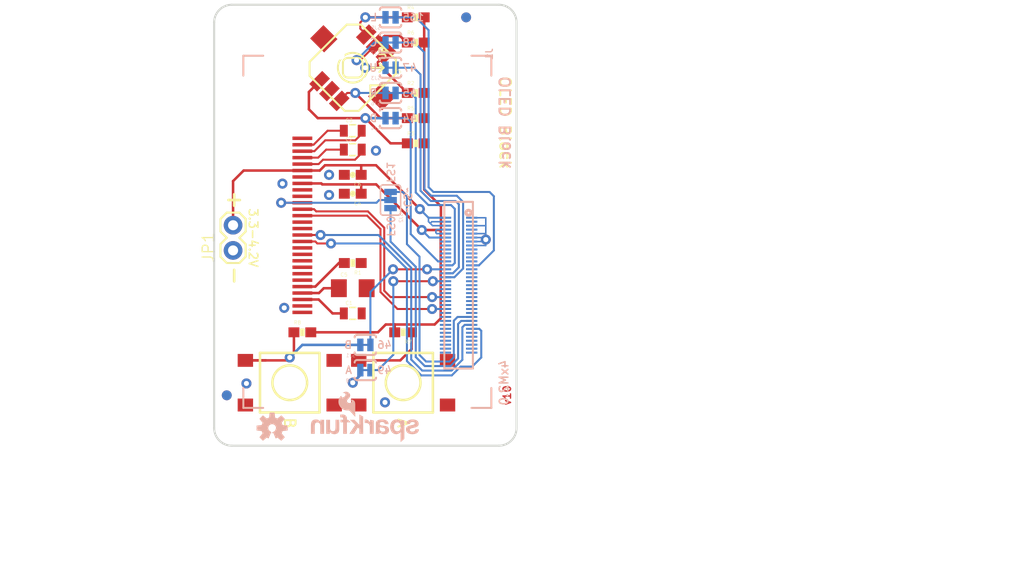
<source format=kicad_pcb>
(kicad_pcb (version 20211014) (generator pcbnew)
  (layers (0 "F.Cu" signal) (1 "In1.Cu" signal) (2 "In2.Cu" signal) (31 "B.Cu" signal) (34 "B.Paste" user) (35 "F.Paste" user) (36 "B.SilkS" user "B.Silkscreen") (37 "F.SilkS" user "F.Silkscreen") (38 "B.Mask" user) (39 "F.Mask" user) (44 "Edge.Cuts" user))
  (net 0 "")
  (net 1 "GND")
  (net 2 "VSYS")
  (net 3 "3.3V")
  (net 4 "GP183_PWM3")
  (net 5 "GP182_PWM2")
  (net 6 "GP13_PWM1")
  (net 7 "GP12_PWM0")
  (net 8 "GP14")
  (net 9 "GP15")
  (net 10 "GP49")
  (net 11 "GP48")
  (net 12 "GP47")
  (net 13 "GP46")
  (net 14 "GP45")
  (net 15 "GP165")
  (net 16 "GP44")
  (net 17 "PSW")
  (net 18 "FAULT")
  (net 19 "USB_VBUS")
  (net 20 "USB_DN")
  (net 21 "USB_DP")
  (net 22 "USB_ID")
  (net 23 "GP114_SPI_2_RXD")
  (net 24 "GP115_SPI_2_TXD")
  (net 25 "GP109_SPI_2_CLK")
  (net 26 "GP110_SPI_2_FS0")
  (net 27 "GP111_SPI_2_FS1")
  (net 28 "GP135_UART_2_TX")
  (net 29 "GP134_UART_2_RX")
  (net 30 "GP43_I2S_2_TXD")
  (net 31 "GP41_I2S_2_FS")
  (net 32 "GP40_I2S_2_CLK")
  (net 33 "GP42_I2S_2_RXD")
  (net 34 "GP28_I2C_6_SDA")
  (net 35 "GP27_I2C_6_SCL")
  (net 36 "GP20_I2C_1_SDA")
  (net 37 "GP19_I2C_1_SCL")
  (net 38 "GP131_UART_1_TX")
  (net 39 "GP130_UART_1_RX")
  (net 40 "GP129_UART_1_RTS")
  (net 41 "GP128_UART_1_CTS")
  (net 42 "GP84_SD_CLK_FB")
  (net 43 "GP78_SD_0_CLK")
  (net 44 "GP77_SD_0_CD#")
  (net 45 "GP79_SD_0_CMD")
  (net 46 "GP80_SD_0_DAT0")
  (net 47 "GP81_SD_0_DAT1")
  (net 48 "GP82_SD_0_DAT2")
  (net 49 "GP83_SD_0_DAT3")
  (net 50 "MSIC_SLP_CLK")
  (net 51 "RESET_OUT#")
  (net 52 "PWRBTN#")
  (net 53 "V_BAT_BKUP")
  (net 54 "1.8V")
  (net 55 "FW_RCVR")
  (net 56 "RCVR_MODE")
  (net 57 "OSC_CLK_OUT")
  (net 58 "VCOMH")
  (net 59 "IREF")
  (net 60 "C2P")
  (net 61 "C2N")
  (net 62 "C1P")
  (net 63 "C1N")
  (net 64 "VCC")
  (net 65 "OLED_~{CS}")
  (net 66 "JOY_D")
  (net 67 "JOY_U")
  (net 68 "JOY_L")
  (net 69 "JOY_R")
  (net 70 "JOY_C")
  (net 71 "BUT_B")
  (net 72 "BUT_A")
  (footprint "boardEagle:1206" (layer "F.Cu") (at 147.2311 111.3536)
    (fp_text reference "C5")
    (fp_text value "4.7uF/16V")
  )
  (footprint "boardEagle:0603-RES" (layer "F.Cu") (at 153.5811 96.7486)
    (fp_text reference "R3")
    (fp_text value "10K")
  )
  (footprint "boardEagle:0805" (layer "F.Cu") (at 147.2311 97.3836)
    (fp_text reference "C2")
    (fp_text value "1uF X5R")
  )
  (footprint "" (layer "F.Cu") (at 161.8361 125.3236)
    (fp_text reference "@HOLE0" hide)
    (fp_text value "")
  )
  (footprint "boardEagle:CREATIVE_COMMONS" (layer "F.Cu") (at 131.9911 141.1986)
    (fp_text reference "FRAME2" hide)
    (fp_text value "FRAME-LETTER" hide)
  )
  (footprint "boardEagle:TACTILE_SWITCH_TALL" (layer "F.Cu") (at 140.8811 120.8786 180)
    (fp_text reference "S2" hide)
    (fp_text value "Button B" hide)
  )
  (footprint "" (layer "F.Cu") (at 135.1661 84.6836)
    (fp_text reference "@HOLE2" hide)
    (fp_text value "")
  )
  (footprint "boardEagle:1X02" (layer "F.Cu") (at 135.1661 107.5436 90)
    (fp_text reference "JP1")
    (fp_text value "M02PTH")
  )
  (footprint "boardEagle:JOYSTICK_MINI" (layer "F.Cu") (at 147.2311 89.1286 -135)
    (fp_text reference "S3")
    (fp_text value "")
  )
  (footprint "" (layer "F.Cu") (at 161.8361 84.6836)
    (fp_text reference "@HOLE3" hide)
    (fp_text value "")
  )
  (footprint "boardEagle:0603-RES" (layer "F.Cu") (at 152.3111 115.7986 180)
    (fp_text reference "R7")
    (fp_text value "10K")
  )
  (footprint "boardEagle:OLED-0.66-64X48" (layer "F.Cu") (at 142.1511 96.2406 -90)
    (fp_text reference "OLED1" hide)
    (fp_text value "OLED0.66" hide)
  )
  (footprint "boardEagle:0603-RES" (layer "F.Cu") (at 142.1511 115.7986)
    (fp_text reference "R8")
    (fp_text value "10K")
  )
  (footprint "boardEagle:TACTILE_SWITCH_TALL" (layer "F.Cu") (at 152.3111 120.8786 180)
    (fp_text reference "S1" hide)
    (fp_text value "Button A" hide)
  )
  (footprint "boardEagle:0603-RES" (layer "F.Cu") (at 153.5811 94.2086)
    (fp_text reference "R5")
    (fp_text value "10K")
  )
  (footprint "boardEagle:0603-RES" (layer "F.Cu") (at 153.5811 84.0486)
    (fp_text reference "R4")
    (fp_text value "10K")
  )
  (footprint "boardEagle:0603-RES" (layer "F.Cu") (at 153.5811 86.5886)
    (fp_text reference "R6")
    (fp_text value "10K")
  )
  (footprint "boardEagle:0805" (layer "F.Cu") (at 147.2311 95.4786)
    (fp_text reference "C3")
    (fp_text value "1uF X5R")
  )
  (footprint "boardEagle:0603-RES" (layer "F.Cu") (at 147.2311 108.8136 180)
    (fp_text reference "R1")
    (fp_text value "390k")
  )
  (footprint "boardEagle:0805" (layer "F.Cu") (at 147.2311 113.8936)
    (fp_text reference "C1")
    (fp_text value "2.2uF")
  )
  (footprint "boardEagle:FIDUCIAL-1X2" (layer "F.Cu") (at 158.6611 84.0486)
    (fp_text reference "FID4" hide)
    (fp_text value "FIDUCIAL1X2" hide)
  )
  (footprint "boardEagle:CREATIVE_COMMONS" (layer "F.Cu") (at 131.9911 141.1986)
    (fp_text reference "FRAME1" hide)
    (fp_text value "FRAME-LETTER" hide)
  )
  (footprint "boardEagle:FIDUCIAL-1X2" (layer "F.Cu") (at 134.5311 122.1486)
    (fp_text reference "FID2" hide)
    (fp_text value "FIDUCIAL1X2" hide)
  )
  (footprint "boardEagle:0603-CAP" (layer "F.Cu") (at 147.2311 101.8286 180)
    (fp_text reference "C4")
    (fp_text value "1uF")
  )
  (footprint "" (layer "F.Cu") (at 135.1661 125.3236)
    (fp_text reference "@HOLE1" hide)
    (fp_text value "")
  )
  (footprint "boardEagle:0603-RES" (layer "F.Cu") (at 153.5811 91.6686)
    (fp_text reference "R2")
    (fp_text value "10K")
  )
  (footprint "boardEagle:0603-CAP" (layer "F.Cu") (at 147.2311 99.9236 180)
    (fp_text reference "C6")
    (fp_text value "1uF")
  )
  (footprint "boardEagle:FIDUCIAL-1X2" (layer "B.Cu") (at 158.6611 84.0486 180)
    (fp_text reference "FID1" hide)
    (fp_text value "FIDUCIAL1X2" hide)
  )
  (footprint "boardEagle:PAD-JUMPER-2-NC_BY_TRACE_YES_SILK" (layer "B.Cu") (at 148.5011 119.6086)
    (fp_text reference "SJ8")
    (fp_text value "")
  )
  (footprint "boardEagle:PAD-JUMPER-2-NC_BY_TRACE_YES_SILK" (layer "B.Cu") (at 148.5011 117.0686)
    (fp_text reference "SJ1")
    (fp_text value "")
  )
  (footprint "boardEagle:PAD-JUMPER-2-NC_BY_TRACE_YES_SILK" (layer "B.Cu") (at 151.0411 89.1286)
    (fp_text reference "SJ3")
    (fp_text value "")
  )
  (footprint "boardEagle:PAD-JUMPER-2-NC_BY_TRACE_YES_SILK" (layer "B.Cu") (at 151.0411 84.0486)
    (fp_text reference "SJ5")
    (fp_text value "")
  )
  (footprint "boardEagle:FIDUCIAL-1X2" (layer "B.Cu") (at 134.5311 122.1486 180)
    (fp_text reference "FID3" hide)
    (fp_text value "FIDUCIAL1X2" hide)
  )
  (footprint "boardEagle:SFE_LOGO_NAME_FLAME_.1" (layer "B.Cu") (at 154.3431 126.9746 180)
    (fp_text reference "LOGO3" hide)
    (fp_text value "SFE_LOGO_NAME_FLAME.1_INCH" hide)
  )
  (footprint "boardEagle:PAD-JUMPER-2-NC_BY_TRACE_YES_SILK" (layer "B.Cu") (at 151.0411 94.2086)
    (fp_text reference "SJ4")
    (fp_text value "")
  )
  (footprint "boardEagle:PAD-JUMPER-3-2OF3_NC_BY_TRACE_YES_SILK_FULL_BOX" (layer "B.Cu") (at 151.0411 102.4636 90)
    (fp_text reference "SJ2")
    (fp_text value "CS_SEL")
  )
  (footprint "boardEagle:PAD-JUMPER-2-NC_BY_TRACE_YES_SILK" (layer "B.Cu") (at 151.0411 91.6686)
    (fp_text reference "SJ6")
    (fp_text value "")
  )
  (footprint "boardEagle:OSHW-LOGO-S" (layer "B.Cu") (at 139.1031 125.4506 180)
    (fp_text reference "LOGO2" hide)
    (fp_text value "OSHW-LOGOS" hide)
  )
  (footprint "boardEagle:PAD-JUMPER-2-NC_BY_TRACE_YES_SILK" (layer "B.Cu") (at 151.0411 86.5886)
    (fp_text reference "SJ7")
    (fp_text value "")
  )
  (footprint "boardEagle:EDISON_DAUGHTER" (layer "B.Cu") (at 161.2011 123.4186 180)
    (fp_text reference "J1")
    (fp_text value "EDISON_CONNECTOR_FULLMOUNTING_HOLES" hide)
  )
  (gr_arc (start 135.0391 127.2286) (mid 133.781864 126.707836) (end 133.2611 125.4506) (layer "Edge.Cuts") (width 0.2032))
  (gr_arc (start 161.9631 82.7786) (mid 163.220336 83.299364) (end 163.7411 84.5566) (layer "Edge.Cuts") (width 0.2032))
  (gr_arc (start 133.2611 84.5566) (mid 133.781864 83.299364) (end 135.0391 82.7786) (layer "Edge.Cuts") (width 0.2032))
  (gr_line (start 133.2611 125.4506) (end 133.2611 84.5566) (layer "Edge.Cuts") (width 0.2032))
  (gr_line (start 161.9631 127.2286) (end 135.0391 127.2286) (layer "Edge.Cuts") (width 0.2032))
  (gr_line (start 163.7411 84.5566) (end 163.7411 125.4506) (layer "Edge.Cuts") (width 0.2032))
  (gr_line (start 135.0391 82.7786) (end 161.9631 82.7786) (layer "Edge.Cuts") (width 0.2032))
  (gr_arc (start 163.7411 125.4506) (mid 163.220336 126.707836) (end 161.9631 127.2286) (layer "Edge.Cuts") (width 0.2032))
  (gr_text "v10" (at 163.2331 122.1486 90) (layer "F.Cu") (effects (font (size 0.75565 0.75565) (thickness 0.13335)) (justify bottom)))
  (gr_text "47" (at 152.1587 89.1286) (layer "B.SilkS") (effects (font (size 0.75565 0.75565) (thickness 0.13335)) (justify right mirror)))
  (gr_text "L" (at 149.7711 84.0486) (layer "B.SilkS") (effects (font (size 0.75565 0.75565) (thickness 0.13335)) (justify left mirror)))
  (gr_text "R" (at 149.7711 91.6686) (layer "B.SilkS") (effects (font (size 0.75565 0.75565) (thickness 0.13335)) (justify left mirror)))
  (gr_text "C" (at 149.7711 86.5886) (layer "B.SilkS") (effects (font (size 0.75565 0.75565) (thickness 0.13335)) (justify left mirror)))
  (gr_text "D" (at 149.7711 94.2086) (layer "B.SilkS") (effects (font (size 0.75565 0.75565) (thickness 0.13335)) (justify left mirror)))
  (gr_text "44" (at 152.1587 94.2086) (layer "B.SilkS") (effects (font (size 0.75565 0.75565) (thickness 0.13335)) (justify right mirror)))
  (gr_text "FS0" (at 151.0411 103.9622 -90) (layer "B.SilkS") (effects (font (size 0.75565 0.75565) (thickness 0.13335)) (justify right mirror)))
  (gr_text "U" (at 149.7711 89.1286) (layer "B.SilkS") (effects (font (size 0.75565 0.75565) (thickness 0.13335)) (justify left mirror)))
  (gr_text "FS1" (at 151.0411 100.7872 -90) (layer "B.SilkS") (effects (font (size 0.75565 0.75565) (thickness 0.13335)) (justify left mirror)))
  (gr_text "165" (at 152.1587 84.0486) (layer "B.SilkS") (effects (font (size 0.75565 0.75565) (thickness 0.13335)) (justify right mirror)))
  (gr_text "B" (at 147.2311 117.0686) (layer "B.SilkS") (effects (font (size 0.75565 0.75565) (thickness 0.13335)) (justify left mirror)))
  (gr_text "OLED Block" (at 163.2331 89.8906 -270) (layer "B.SilkS") (effects (font (size 1.0795 1.0795) (thickness 0.1905)) (justify left bottom mirror)))
  (gr_text "45" (at 152.1587 91.6686) (layer "B.SilkS") (effects (font (size 0.75565 0.75565) (thickness 0.13335)) (justify right mirror)))
  (gr_text "4xM2.0" (at 162.4711 120.8786 -270) (layer "B.SilkS") (effects (font (size 0.8636 0.8636) (thickness 0.1524)) (justify mirror)))
  (gr_text "~CS~" (at 152.3111 102.4636 -90) (layer "B.SilkS") (effects (font (size 0.75565 0.75565) (thickness 0.13335)) (justify bottom mirror)))
  (gr_text "49" (at 149.6187 119.6086) (layer "B.SilkS") (effects (font (size 0.75565 0.75565) (thickness 0.13335)) (justify right mirror)))
  (gr_text "A" (at 147.2311 119.6086) (layer "B.SilkS") (effects (font (size 0.75565 0.75565) (thickness 0.13335)) (justify left mirror)))
  (gr_text "48" (at 152.1587 86.5886) (layer "B.SilkS") (effects (font (size 0.75565 0.75565) (thickness 0.13335)) (justify right mirror)))
  (gr_text "46" (at 149.6187 117.0686) (layer "B.SilkS") (effects (font (size 0.75565 0.75565) (thickness 0.13335)) (justify right mirror)))
  (gr_text "B" (at 140.8811 124.9426 270) (layer "F.SilkS") (effects (font (size 1.0795 1.0795) (thickness 0.1905))))
  (gr_text "3.3-4.2V" (at 136.6901 106.2736 270) (layer "F.SilkS") (effects (font (size 0.8636 0.8636) (thickness 0.1524)) (justify bottom)))
  (gr_text "-" (at 135.1661 110.0836 90) (layer "F.SilkS") (effects (font (size 1.5113 1.5113) (thickness 0.2667))))
  (gr_text "A" (at 152.3111 124.9426 270) (layer "F.SilkS") (effects (font (size 1.0795 1.0795) (thickness 0.1905))))
  (gr_text "+" (at 135.1661 102.4636 90) (layer "F.SilkS") (effects (font (size 1.5113 1.5113) (thickness 0.2667))))
  (gr_text "OLED Block" (at 161.9631 89.8906 270) (layer "F.SilkS") (effects (font (size 1.0795 1.0795) (thickness 0.1905)) (justify left bottom)))
  (via (at 160.6423 106.4514) (size 1.016) (drill 0.508) (layers "F.Cu" "B.Cu") (net 1))
  (via (at 136.5123 120.9548) (size 1.016) (drill 0.508) (layers "F.Cu" "B.Cu") (net 1))
  (via (at 144.8435 99.9236) (size 1.016) (drill 0.508) (layers "F.Cu" "B.Cu") (net 1))
  (via (at 144.8435 101.9556) (size 1.016) (drill 0.508) (layers "F.Cu" "B.Cu") (net 1))
  (via (at 150.4823 122.8598) (size 1.016) (drill 0.508) (layers "F.Cu" "B.Cu") (net 1))
  (via (at 149.5679 97.4852) (size 1.016) (drill 0.508) (layers "F.Cu" "B.Cu") (net 1))
  (via (at 140.1445 100.8126) (size 1.016) (drill 0.508) (layers "F.Cu" "B.Cu") (net 1))
  (via (at 140.3223 113.3348) (size 1.016) (drill 0.508) (layers "F.Cu" "B.Cu") (net 1))
  (segment (start 159.2211 104.2486) (end 160.6423 104.2486) (width 0.1524) (layer "B.Cu") (net 1))
  (segment (start 160.6423 106.6486) (end 160.6423 106.4514) (width 0.1524) (layer "B.Cu") (net 1))
  (segment (start 160.6423 106.2486) (end 160.6423 106.4514) (width 0.1524) (layer "B.Cu") (net 1))
  (segment (start 160.6423 105.0486) (end 160.6423 105.8486) (width 0.1524) (layer "B.Cu") (net 1))
  (segment (start 160.6423 104.2486) (end 160.6423 105.0486) (width 0.1524) (layer "B.Cu") (net 1))
  (segment (start 159.2211 106.2486) (end 160.6423 106.2486) (width 0.1524) (layer "B.Cu") (net 1))
  (segment (start 159.2211 105.0486) (end 160.6423 105.0486) (width 0.1524) (layer "B.Cu") (net 1))
  (segment (start 159.2211 105.8486) (end 160.6423 105.8486) (width 0.1524) (layer "B.Cu") (net 1))
  (segment (start 159.2211 106.6486) (end 160.6423 106.6486) (width 0.1524) (layer "B.Cu") (net 1))
  (segment (start 160.6423 105.8486) (end 160.6423 106.4514) (width 0.1524) (layer "B.Cu") (net 1))
  (segment (start 159.2211 107.0486) (end 160.6423 107.0486) (width 0.1524) (layer "B.Cu") (net 1))
  (segment (start 160.6423 107.0486) (end 160.6423 106.6486) (width 0.1524) (layer "B.Cu") (net 1))
  (segment (start 135.1661 100.5586) (end 135.1661 105.0036) (width 0.254) (layer "F.Cu") (net 2))
  (segment (start 136.2341 99.4906) (end 135.1661 100.5586) (width 0.254) (layer "F.Cu") (net 2))
  (segment (start 143.9049 99.4906) (end 144.4371 98.9584) (width 0.254) (layer "F.Cu") (net 2))
  (segment (start 148.0811 99.0228) (end 148.1455 98.9584) (width 0.254) (layer "F.Cu") (net 2))
  (segment (start 153.9949 103.3786) (end 149.5747 98.9584) (width 0.254) (layer "F.Cu") (net 2))
  (segment (start 148.0811 99.9236) (end 148.0811 99.0228) (width 0.254) (layer "F.Cu") (net 2))
  (segment (start 142.1511 99.4906) (end 136.2341 99.4906) (width 0.254) (layer "F.Cu") (net 2))
  (segment (start 148.1455 98.9584) (end 149.5747 98.9584) (width 0.254) (layer "F.Cu") (net 2))
  (segment (start 144.4371 98.9584) (end 148.1455 98.9584) (width 0.254) (layer "F.Cu") (net 2))
  (segment (start 142.1511 99.4906) (end 143.9049 99.4906) (width 0.254) (layer "F.Cu") (net 2))
  (via (at 153.9949 103.3786) (size 1.016) (drill 0.508) (layers "F.Cu" "B.Cu") (net 2))
  (segment (start 155.2771 105.0486) (end 155.0416 104.8131) (width 0.1524) (layer "B.Cu") (net 2))
  (segment (start 155.2061 104.6486) (end 155.0416 104.8131) (width 0.1524) (layer "B.Cu") (net 2))
  (segment (start 154.8649 104.2486) (end 154.8649 104.6364) (width 0.1524) (layer "B.Cu") (net 2))
  (segment (start 156.5811 105.0486) (end 155.2771 105.0486) (width 0.1524) (layer "B.Cu") (net 2))
  (segment (start 156.5811 104.2486) (end 154.8649 104.2486) (width 0.2032) (layer "B.Cu") (net 2))
  (segment (start 155.0416 104.8131) (end 154.8649 104.6364) (width 0.1524) (layer "B.Cu") (net 2))
  (segment (start 154.8649 104.2486) (end 153.9949 103.3786) (width 0.2032) (layer "B.Cu") (net 2))
  (segment (start 156.5811 104.6486) (end 155.2061 104.6486) (width 0.1524) (layer "B.Cu") (net 2))
  (segment (start 156.5811 105.8486) (end 155.6961 105.8486) (width 0.1524) (layer "B.Cu") (net 3))
  (segment (start 156.5811 105.4486) (end 156.5811 105.4488) (width 0.2032) (layer "B.Cu") (net 3))
  (segment (start 156.5811 105.4486) (end 155.6761 105.4486) (width 0.1524) (layer "B.Cu") (net 3))
  (segment (start 156.5811 105.8486) (end 156.5811 105.8488) (width 0.2032) (layer "B.Cu") (net 3))
  (segment (start 155.6131 105.5116) (end 155.6131 105.7656) (width 0.1524) (layer "B.Cu") (net 3))
  (segment (start 155.6761 105.4486) (end 155.6131 105.5116) (width 0.1524) (layer "B.Cu") (net 3))
  (segment (start 155.6961 105.8486) (end 155.6131 105.7656) (width 0.1524) (layer "B.Cu") (net 3))
  (segment (start 142.1511 104.0406) (end 148.6811 104.0406) (width 0.2032) (layer "F.Cu") (net 8))
  (segment (start 155.2321 113.4486) (end 151.7391 113.4486) (width 0.2032) (layer "F.Cu") (net 8))
  (segment (start 150.0251 111.7346) (end 150.0251 105.3846) (width 0.2032) (layer "F.Cu") (net 8))
  (segment (start 151.7391 113.4486) (end 150.0251 111.7346) (width 0.2032) (layer "F.Cu") (net 8))
  (segment (start 150.0251 105.3846) (end 148.6811 104.0406) (width 0.2032) (layer "F.Cu") (net 8))
  (via (at 155.2321 113.4486) (size 1.016) (drill 0.508) (layers "F.Cu" "B.Cu") (net 8))
  (segment (start 156.5811 113.4486) (end 155.2321 113.4486) (width 0.2032) (layer "B.Cu") (net 8))
  (segment (start 155.2321 112.2486) (end 151.0471 112.2486) (width 0.2032) (layer "F.Cu") (net 9))
  (segment (start 142.1511 103.3906) (end 143.3321 103.3906) (width 0.2032) (layer "F.Cu") (net 9))
  (segment (start 143.5481 103.6066) (end 148.7551 103.6066) (width 0.2032) (layer "F.Cu") (net 9))
  (segment (start 151.0471 112.2486) (end 150.4061 111.6076) (width 0.2032) (layer "F.Cu") (net 9))
  (segment (start 148.7551 103.6066) (end 150.4061 105.2576) (width 0.2032) (layer "F.Cu") (net 9))
  (segment (start 150.4061 105.2576) (end 150.4061 111.6076) (width 0.2032) (layer "F.Cu") (net 9))
  (segment (start 143.3321 103.3906) (end 143.5481 103.6066) (width 0.2032) (layer "F.Cu") (net 9))
  (via (at 155.2321 112.2486) (size 1.016) (drill 0.508) (layers "F.Cu" "B.Cu") (net 9))
  (segment (start 156.5811 112.2486) (end 155.2321 112.2486) (width 0.2032) (layer "B.Cu") (net 9))
  (segment (start 151.3205 110.6486) (end 155.3021 110.6486) (width 0.2032) (layer "F.Cu") (net 10))
  (via (at 151.3205 110.6486) (size 1.016) (drill 0.508) (layers "F.Cu" "B.Cu") (net 10))
  (via (at 155.3021 110.6486) (size 1.016) (drill 0.508) (layers "F.Cu" "B.Cu") (net 10))
  (segment (start 156.5811 110.6486) (end 155.3021 110.6486) (width 0.2032) (layer "B.Cu") (net 10))
  (segment (start 151.3205 118.0592) (end 149.7711 119.6086) (width 0.2032) (layer "B.Cu") (net 10))
  (segment (start 149.7711 119.6086) (end 149.0091 119.6086) (width 0.2032) (layer "B.Cu") (net 10))
  (segment (start 151.3205 110.6486) (end 151.3205 118.0592) (width 0.2032) (layer "B.Cu") (net 10))
  (segment (start 158.3563 109.3724) (end 157.4799 110.2488) (width 0.2032) (layer "B.Cu") (net 11))
  (segment (start 154.4447 101.346) (end 154.4447 87.5792) (width 0.2032) (layer "B.Cu") (net 11))
  (segment (start 157.7213 102.0318) (end 155.1305 102.0318) (width 0.2032) (layer "B.Cu") (net 11))
  (segment (start 158.3563 102.6668) (end 158.3563 109.3724) (width 0.2032) (layer "B.Cu") (net 11))
  (segment (start 156.5811 110.2486) (end 156.5813 110.2488) (width 0.2032) (layer "B.Cu") (net 11))
  (segment (start 153.4541 86.5886) (end 151.5491 86.5886) (width 0.2032) (layer "B.Cu") (net 11))
  (segment (start 157.7213 102.0318) (end 158.3563 102.6668) (width 0.2032) (layer "B.Cu") (net 11))
  (segment (start 154.4447 87.5792) (end 153.4541 86.5886) (width 0.2032) (layer "B.Cu") (net 11))
  (segment (start 156.5813 110.2488) (end 157.4799 110.2488) (width 0.2032) (layer "B.Cu") (net 11))
  (segment (start 155.1305 102.0318) (end 154.4447 101.346) (width 0.2032) (layer "B.Cu") (net 11))
  (segment (start 154.0637 101.5238) (end 154.0637 89.8144) (width 0.2032) (layer "B.Cu") (net 12))
  (segment (start 154.0637 101.5238) (end 155.1051 102.5652) (width 0.2032) (layer "B.Cu") (net 12))
  (segment (start 157.9245 102.8954) (end 157.9245 109.2454) (width 0.2032) (layer "B.Cu") (net 12))
  (segment (start 157.9245 102.8954) (end 157.5943 102.5652) (width 0.2032) (layer "B.Cu") (net 12))
  (segment (start 153.3779 89.1286) (end 151.5491 89.1286) (width 0.2032) (layer "B.Cu") (net 12))
  (segment (start 154.0637 89.8144) (end 153.3779 89.1286) (width 0.2032) (layer "B.Cu") (net 12))
  (segment (start 157.5943 102.5652) (end 155.1051 102.5652) (width 0.2032) (layer "B.Cu") (net 12))
  (segment (start 157.9245 109.2454) (end 157.3213 109.8486) (width 0.2032) (layer "B.Cu") (net 12))
  (segment (start 157.3213 109.8486) (end 156.5811 109.8486) (width 0.2032) (layer "B.Cu") (net 12))
  (segment (start 154.7241 109.4486) (end 151.2951 109.4486) (width 0.2032) (layer "F.Cu") (net 13))
  (via (at 154.7241 109.4486) (size 1.016) (drill 0.508) (layers "F.Cu" "B.Cu") (net 13))
  (via (at 151.2951 109.4486) (size 1.016) (drill 0.508) (layers "F.Cu" "B.Cu") (net 13))
  (segment (start 156.5811 109.4486) (end 154.7241 109.4486) (width 0.2032) (layer "B.Cu") (net 13))
  (segment (start 151.2951 109.4486) (end 149.0091 111.7346) (width 0.2032) (layer "B.Cu") (net 13))
  (segment (start 149.0091 111.7346) (end 149.0091 117.0686) (width 0.2032) (layer "B.Cu") (net 13))
  (segment (start 153.0731 91.6686) (end 153.5811 92.1766) (width 0.2032) (layer "B.Cu") (net 14))
  (segment (start 153.5811 101.7016) (end 153.5811 92.1766) (width 0.2032) (layer "B.Cu") (net 14))
  (segment (start 154.8511 102.9716) (end 153.5811 101.7016) (width 0.2032) (layer "B.Cu") (net 14))
  (segment (start 157.5181 103.3526) (end 157.1371 102.9716) (width 0.2032) (layer "B.Cu") (net 14))
  (segment (start 157.1371 102.9716) (end 154.8511 102.9716) (width 0.2032) (layer "B.Cu") (net 14))
  (segment (start 157.5181 108.8136) (end 157.5181 103.3526) (width 0.2032) (layer "B.Cu") (net 14))
  (segment (start 157.2831 109.0486) (end 157.5181 108.8136) (width 0.2032) (layer "B.Cu") (net 14))
  (segment (start 156.5811 109.0486) (end 157.2831 109.0486) (width 0.2032) (layer "B.Cu") (net 14))
  (segment (start 151.5491 91.6686) (end 153.0731 91.6686) (width 0.2032) (layer "B.Cu") (net 14))
  (segment (start 154.8765 85.344) (end 153.5811 84.0486) (width 0.2032) (layer "B.Cu") (net 15))
  (segment (start 155.3591 101.6508) (end 154.8765 101.1682) (width 0.2032) (layer "B.Cu") (net 15))
  (segment (start 161.0233 101.6508) (end 155.3591 101.6508) (width 0.2032) (layer "B.Cu") (net 15))
  (segment (start 151.5491 84.0486) (end 153.5811 84.0486) (width 0.2032) (layer "B.Cu") (net 15))
  (segment (start 161.4551 102.0826) (end 161.0233 101.6508) (width 0.2032) (layer "B.Cu") (net 15))
  (segment (start 159.2211 109.0486) (end 159.9501 109.0486) (width 0.2032) (layer "B.Cu") (net 15))
  (segment (start 161.4551 107.5436) (end 161.4551 102.0826) (width 0.2032) (layer "B.Cu") (net 15))
  (segment (start 159.9501 109.0486) (end 161.4551 107.5436) (width 0.2032) (layer "B.Cu") (net 15))
  (segment (start 154.8765 101.1682) (end 154.8765 85.344) (width 0.2032) (layer "B.Cu") (net 15))
  (segment (start 152.6921 94.2086) (end 153.0731 94.5896) (width 0.2032) (layer "B.Cu") (net 16))
  (segment (start 151.5491 94.2086) (end 152.6921 94.2086) (width 0.2032) (layer "B.Cu") (net 16))
  (segment (start 156.5811 108.6486) (end 155.8291 108.6486) (width 0.2032) (layer "B.Cu") (net 16))
  (segment (start 155.8291 108.6486) (end 153.0731 105.8926) (width 0.2032) (layer "B.Cu") (net 16))
  (segment (start 153.0731 105.8926) (end 153.0731 94.5896) (width 0.2032) (layer "B.Cu") (net 16))
  (segment (start 143.4579 106.6406) (end 143.6611 106.8438) (width 0.2032) (layer "F.Cu") (net 24))
  (segment (start 145.0353 106.8438) (end 143.6611 106.8438) (width 0.2032) (layer "F.Cu") (net 24))
  (segment (start 142.1511 106.6406) (end 143.4579 106.6406) (width 0.2032) (layer "F.Cu") (net 24))
  (via (at 145.0353 106.8438) (size 1.016) (drill 0.508) (layers "F.Cu" "B.Cu") (net 24))
  (segment (start 159.2707 119.253) (end 160.1851 118.3386) (width 0.2032) (layer "B.Cu") (net 24))
  (segment (start 152.6921 109.3978) (end 150.1381 106.8438) (width 0.2032) (layer "B.Cu") (net 24))
  (segment (start 160.1851 115.6462) (end 159.9875 115.4486) (width 0.2032) (layer "B.Cu") (net 24))
  (segment (start 159.2211 115.4486) (end 159.9875 115.4486) (width 0.2032) (layer "B.Cu") (net 24))
  (segment (start 154.1399 120.142) (end 152.6921 118.6942) (width 0.2032) (layer "B.Cu") (net 24))
  (segment (start 145.0353 106.8438) (end 150.1381 106.8438) (width 0.2032) (layer "B.Cu") (net 24))
  (segment (start 160.1851 118.3386) (end 160.1851 115.6462) (width 0.2032) (layer "B.Cu") (net 24))
  (segment (start 158.1023 119.253) (end 159.2707 119.253) (width 0.2032) (layer "B.Cu") (net 24))
  (segment (start 157.2133 120.142) (end 154.1399 120.142) (width 0.2032) (layer "B.Cu") (net 24))
  (segment (start 157.2133 120.142) (end 158.1023 119.253) (width 0.2032) (layer "B.Cu") (net 24))
  (segment (start 152.6921 118.6942) (end 152.6921 109.3978) (width 0.2032) (layer "B.Cu") (net 24))
  (segment (start 142.1511 105.9906) (end 143.9835 105.9906) (width 0.2032) (layer "F.Cu") (net 25))
  (via (at 143.9835 105.9906) (size 1.016) (drill 0.508) (layers "F.Cu" "B.Cu") (net 25))
  (segment (start 157.1879 119.6594) (end 158.2801 118.5672) (width 0.2032) (layer "B.Cu") (net 25))
  (segment (start 159.2211 115.0486) (end 159.2209 115.0488) (width 0.2032) (layer "B.Cu") (net 25))
  (segment (start 154.2415 119.6594) (end 157.1879 119.6594) (width 0.2032) (layer "B.Cu") (net 25))
  (segment (start 153.1239 109.2962) (end 149.8183 105.9906) (width 0.2032) (layer "B.Cu") (net 25))
  (segment (start 159.2209 115.0488) (end 158.5219 115.0488) (width 0.2032) (layer "B.Cu") (net 25))
  (segment (start 153.1239 118.5418) (end 154.2415 119.6594) (width 0.2032) (layer "B.Cu") (net 25))
  (segment (start 143.9835 105.9906) (end 149.8183 105.9906) (width 0.2032) (layer "B.Cu") (net 25))
  (segment (start 158.2801 115.2906) (end 158.5219 115.0488) (width 0.2032) (layer "B.Cu") (net 25))
  (segment (start 158.2801 118.5672) (end 158.2801 115.2906) (width 0.2032) (layer "B.Cu") (net 25))
  (segment (start 153.1239 109.2962) (end 153.1239 118.5418) (width 0.2032) (layer "B.Cu") (net 25))
  (segment (start 157.8483 114.9604) (end 157.8483 118.4402) (width 0.2032) (layer "B.Cu") (net 26))
  (segment (start 158.1601 114.6486) (end 157.8483 114.9604) (width 0.2032) (layer "B.Cu") (net 26))
  (segment (start 157.0863 119.2022) (end 154.4955 119.2022) (width 0.2032) (layer "B.Cu") (net 26))
  (segment (start 151.0411 106.6546) (end 151.0411 103.2764) (width 0.2032) (layer "B.Cu") (net 26))
  (segment (start 153.5811 109.1946) (end 151.0411 106.6546) (width 0.2032) (layer "B.Cu") (net 26))
  (segment (start 157.8483 118.4402) (end 157.0863 119.2022) (width 0.2032) (layer "B.Cu") (net 26))
  (segment (start 154.4955 119.2022) (end 153.5811 118.2878) (width 0.2032) (layer "B.Cu") (net 26))
  (segment (start 159.2211 114.6486) (end 158.1601 114.6486) (width 0.2032) (layer "B.Cu") (net 26))
  (segment (start 153.5811 109.1946) (end 153.5811 118.2878) (width 0.2032) (layer "B.Cu") (net 26))
  (segment (start 156.9847 118.745) (end 157.4165 118.3132) (width 0.2032) (layer "B.Cu") (net 27))
  (segment (start 152.6921 106.9086) (end 153.9621 108.1786) (width 0.2032) (layer "B.Cu") (net 27))
  (segment (start 157.4165 114.6302) (end 157.7981 114.2486) (width 0.2032) (layer "B.Cu") (net 27))
  (segment (start 153.9621 118.0846) (end 154.6225 118.745) (width 0.2032) (layer "B.Cu") (net 27))
  (segment (start 159.2211 114.2486) (end 157.7981 114.2486) (width 0.2032) (layer "B.Cu") (net 27))
  (segment (start 152.2603 101.6508) (end 152.6921 102.0826) (width 0.2032) (layer "B.Cu") (net 27))
  (segment (start 152.6921 102.0826) (end 152.6921 106.9086) (width 0.2032) (layer "B.Cu") (net 27))
  (segment (start 154.6225 118.745) (end 156.9847 118.745) (width 0.2032) (layer "B.Cu") (net 27))
  (segment (start 151.0411 101.6508) (end 152.2603 101.6508) (width 0.2032) (layer "B.Cu") (net 27))
  (segment (start 153.9621 108.1786) (end 153.9621 118.0846) (width 0.2032) (layer "B.Cu") (net 27))
  (segment (start 157.4165 118.3132) (end 157.4165 114.6302) (width 0.2032) (layer "B.Cu") (net 27))
  (segment (start 154.4311 96.7486) (end 154.4311 101.4086) (width 0.254) (layer "F.Cu") (net 54))
  (segment (start 151.4611 115.7986) (end 151.4611 115.0112) (width 0.254) (layer "F.Cu") (net 54))
  (segment (start 142.1511 100.7906) (end 144.0595 100.7906) (width 0.254) (layer "F.Cu") (net 54))
  (segment (start 144.0595 100.7906) (end 144.1577 100.8888) (width 0.254) (layer "F.Cu") (net 54))
  (segment (start 154.4311 86.5886) (end 154.4311 91.6686) (width 0.254) (layer "F.Cu") (net 54))
  (segment (start 154.4311 84.0486) (end 154.4311 86.5886) (width 0.254) (layer "F.Cu") (net 54))
  (segment (start 148.0811 101.8286) (end 148.0811 100.8888) (width 0.254) (layer "F.Cu") (net 54))
  (segment (start 154.1907 105.4862) (end 149.5933 100.8888) (width 0.254) (layer "F.Cu") (net 54))
  (segment (start 154.4311 101.4086) (end 156.1211 103.0986) (width 0.254) (layer "F.Cu") (net 54))
  (segment (start 151.0411 115.0112) (end 150.5585 115.0112) (width 0.254) (layer "F.Cu") (net 54))
  (segment (start 154.4311 91.6686) (end 154.4311 94.2086) (width 0.254) (layer "F.Cu") (net 54))
  (segment (start 149.7711 115.7986) (end 143.0011 115.7986) (width 0.254) (layer "F.Cu") (net 54))
  (segment (start 151.4611 115.0112) (end 151.0411 115.0112) (width 0.254) (layer "F.Cu") (net 54))
  (segment (start 154.1907 105.4862) (end 156.0957 105.4862) (width 0.254) (layer "F.Cu") (net 54))
  (segment (start 148.0811 100.8888) (end 149.5933 100.8888) (width 0.254) (layer "F.Cu") (net 54))
  (segment (start 144.1577 100.8888) (end 148.0811 100.8888) (width 0.254) (layer "F.Cu") (net 54))
  (segment (start 156.1211 103.0986) (end 156.1211 105.4608) (width 0.254) (layer "F.Cu") (net 54))
  (segment (start 150.5585 115.0112) (end 149.7711 115.7986) (width 0.254) (layer "F.Cu") (net 54))
  (segment (start 154.4311 94.2086) (end 154.4311 96.7486) (width 0.254) (layer "F.Cu") (net 54))
  (segment (start 156.0957 114.4016) (end 156.0957 105.4862) (width 0.254) (layer "F.Cu") (net 54))
  (segment (start 156.0957 114.4016) (end 155.4861 115.0112) (width 0.254) (layer "F.Cu") (net 54))
  (segment (start 156.0957 105.4862) (end 156.1211 105.4608) (width 0.254) (layer "F.Cu") (net 54))
  (segment (start 155.4861 115.0112) (end 151.4611 115.0112) (width 0.254) (layer "F.Cu") (net 54))
  (via (at 154.1907 105.4862) (size 1.016) (drill 0.508) (layers "F.Cu" "B.Cu") (net 54))
  (segment (start 154.9531 106.2486) (end 154.1907 105.4862) (width 0.2032) (layer "B.Cu") (net 54))
  (segment (start 154.9531 106.2486) (end 156.5811 106.2486) (width 0.2032) (layer "B.Cu") (net 54))
  (segment (start 143.8231 111.8406) (end 144.3101 111.3536) (width 0.254) (layer "F.Cu") (net 58))
  (segment (start 144.3101 111.3536) (end 145.8311 111.3536) (width 0.254) (layer "F.Cu") (net 58))
  (segment (start 142.1511 111.8406) (end 143.8231 111.8406) (width 0.254) (layer "F.Cu") (net 58))
  (segment (start 142.1511 111.1906) (end 143.4571 111.1906) (width 0.254) (layer "F.Cu") (net 59))
  (segment (start 143.4571 111.1906) (end 145.8341 108.8136) (width 0.254) (layer "F.Cu") (net 59))
  (segment (start 146.3811 108.8136) (end 145.8341 108.8136) (width 0.254) (layer "F.Cu") (net 59))
  (segment (start 142.1511 96.8906) (end 143.2791 96.8906) (width 0.2032) (layer "F.Cu") (net 60))
  (segment (start 143.2791 96.8906) (end 144.6911 95.4786) (width 0.2032) (layer "F.Cu") (net 60))
  (segment (start 146.3311 95.4786) (end 144.6911 95.4786) (width 0.2032) (layer "F.Cu") (net 60))
  (segment (start 142.1511 97.5406) (end 143.3657 97.5406) (width 0.2032) (layer "F.Cu") (net 61))
  (segment (start 143.3657 97.5406) (end 144.4625 96.4438) (width 0.2032) (layer "F.Cu") (net 61))
  (segment (start 148.1311 95.4786) (end 148.1311 95.7978) (width 0.2032) (layer "F.Cu") (net 61))
  (segment (start 144.4625 96.4438) (end 147.4851 96.4438) (width 0.2032) (layer "F.Cu") (net 61))
  (segment (start 147.4851 96.4438) (end 148.1311 95.7978) (width 0.2032) (layer "F.Cu") (net 61))
  (segment (start 142.1511 98.1906) (end 143.7461 98.1906) (width 0.2032) (layer "F.Cu") (net 62))
  (segment (start 144.5531 97.3836) (end 143.7461 98.1906) (width 0.2032) (layer "F.Cu") (net 62))
  (segment (start 146.3311 97.3836) (end 144.5531 97.3836) (width 0.2032) (layer "F.Cu") (net 62))
  (segment (start 147.4597 98.3996) (end 148.1311 97.7282) (width 0.2032) (layer "F.Cu") (net 63))
  (segment (start 142.1511 98.8406) (end 143.7929 98.8406) (width 0.2032) (layer "F.Cu") (net 63))
  (segment (start 148.1311 97.3836) (end 148.1311 97.7282) (width 0.2032) (layer "F.Cu") (net 63))
  (segment (start 143.7929 98.8406) (end 144.2339 98.3996) (width 0.2032) (layer "F.Cu") (net 63))
  (segment (start 144.2339 98.3996) (end 147.4597 98.3996) (width 0.2032) (layer "F.Cu") (net 63))
  (segment (start 142.1511 112.4906) (end 143.7961 112.4906) (width 0.254) (layer "F.Cu") (net 64))
  (segment (start 146.3311 113.8936) (end 145.1991 113.8936) (width 0.254) (layer "F.Cu") (net 64))
  (segment (start 143.7961 112.4906) (end 145.1991 113.8936) (width 0.254) (layer "F.Cu") (net 64))
  (segment (start 142.1511 102.7406) (end 140.0151 102.7406) (width 0.2032) (layer "F.Cu") (net 65))
  (via (at 140.0151 102.7406) (size 1.016) (drill 0.508) (layers "F.Cu" "B.Cu") (net 65))
  (segment (start 149.8981 102.4636) (end 151.0411 102.4636) (width 0.2032) (layer "B.Cu") (net 65))
  (segment (start 149.6211 102.7406) (end 149.8981 102.4636) (width 0.2032) (layer "B.Cu") (net 65))
  (segment (start 140.0151 102.7406) (end 149.6211 102.7406) (width 0.2032) (layer "B.Cu") (net 65))
  (segment (start 143.890018 90.489782) (end 142.8115 91.5683) (width 0.254) (layer "F.Cu") (net 66))
  (segment (start 152.7311 96.7486) (end 151.0411 96.7486) (width 0.254) (layer "F.Cu") (net 66))
  (segment (start 142.8115 93.3196) (end 143.7005 94.2086) (width 0.254) (layer "F.Cu") (net 66))
  (segment (start 143.7005 94.2086) (end 148.5011 94.2086) (width 0.254) (layer "F.Cu") (net 66))
  (segment (start 151.0411 96.7486) (end 148.5011 94.2086) (width 0.254) (layer "F.Cu") (net 66))
  (segment (start 142.8115 91.5683) (end 142.8115 93.3196) (width 0.254) (layer "F.Cu") (net 66))
  (via (at 148.5011 94.2086) (size 1.016) (drill 0.508) (layers "F.Cu" "B.Cu") (net 66))
  (segment (start 148.5011 94.2086) (end 150.5331 94.2086) (width 0.254) (layer "B.Cu") (net 66))
  (segment (start 149.7711 89.1286) (end 148.5011 89.1286) (width 0.254) (layer "F.Cu") (net 67))
  (segment (start 148.5011 89.1286) (end 149.211 89.1286) (width 0.2032) (layer "F.Cu") (net 67))
  (segment (start 150.1911 89.1286) (end 149.7711 89.1286) (width 0.254) (layer "F.Cu") (net 67))
  (segment (start 152.7311 91.6686) (end 150.1911 89.1286) (width 0.254) (layer "F.Cu") (net 67))
  (segment (start 150.572178 87.767422) (end 149.7711 88.5685) (width 0.254) (layer "F.Cu") (net 67))
  (segment (start 149.7711 88.5685) (end 149.7711 89.1286) (width 0.254) (layer "F.Cu") (net 67))
  (via (at 148.5011 89.1286) (size 1.016) (drill 0.508) (layers "F.Cu" "B.Cu") (net 67))
  (segment (start 150.5331 89.1286) (end 148.5011 89.1286) (width 0.2032) (layer "B.Cu") (net 67))
  (segment (start 147.9931 84.5566) (end 147.9931 85.188344) (width 0.2032) (layer "F.Cu") (net 68))
  (segment (start 152.7311 84.0486) (end 148.5011 84.0486) (width 0.254) (layer "F.Cu") (net 68))
  (segment (start 148.5011 84.0486) (end 147.9931 84.5566) (width 0.2032) (layer "F.Cu") (net 68))
  (segment (start 147.9931 85.188344) (end 148.592278 85.787522) (width 0.2032) (layer "F.Cu") (net 68))
  (via (at 148.5011 84.0486) (size 1.016) (drill 0.508) (layers "F.Cu" "B.Cu") (net 68))
  (segment (start 150.5331 84.0486) (end 148.5011 84.0486) (width 0.2032) (layer "B.Cu") (net 68))
  (segment (start 147.4851 91.6686) (end 146.671 91.6686) (width 0.2032) (layer "F.Cu") (net 69))
  (segment (start 146.671 91.6686) (end 145.869918 92.469682) (width 0.2032) (layer "F.Cu") (net 69))
  (segment (start 150.0251 94.2086) (end 147.4851 91.6686) (width 0.254) (layer "F.Cu") (net 69))
  (segment (start 152.7311 94.2086) (end 150.0251 94.2086) (width 0.254) (layer "F.Cu") (net 69))
  (via (at 147.4851 91.6686) (size 1.016) (drill 0.508) (layers "F.Cu" "B.Cu") (net 69))
  (segment (start 150.5331 91.6686) (end 147.4851 91.6686) (width 0.2032) (layer "B.Cu") (net 69))
  (segment (start 150.4315 85.9282) (end 149.582228 86.777472) (width 0.254) (layer "F.Cu") (net 70))
  (segment (start 152.7311 86.5886) (end 152.6667 86.5886) (width 0.254) (layer "F.Cu") (net 70))
  (segment (start 147.9931 88.3666) (end 149.582228 86.777472) (width 0.2032) (layer "F.Cu") (net 70))
  (segment (start 152.0063 85.9282) (end 150.4315 85.9282) (width 0.254) (layer "F.Cu") (net 70))
  (segment (start 152.6667 86.5886) (end 152.0063 85.9282) (width 0.254) (layer "F.Cu") (net 70))
  (segment (start 147.6121 88.3666) (end 147.9931 88.3666) (width 0.2032) (layer "F.Cu") (net 70))
  (via (at 147.6121 88.3666) (size 1.016) (drill 0.508) (layers "F.Cu" "B.Cu") (net 70))
  (segment (start 150.5331 86.5886) (end 149.3901 86.5886) (width 0.2032) (layer "B.Cu") (net 70))
  (segment (start 149.3901 86.5886) (end 147.6121 88.3666) (width 0.2032) (layer "B.Cu") (net 70))
  (segment (start 136.4061 118.6286) (end 138.4711 118.6286) (width 0.254) (layer "F.Cu") (net 71))
  (segment (start 140.8811 118.3386) (end 140.5911 118.6286) (width 0.254) (layer "F.Cu") (net 71))
  (segment (start 140.5911 118.6286) (end 136.4061 118.6286) (width 0.254) (layer "F.Cu") (net 71))
  (segment (start 141.3011 115.7986) (end 141.3011 117.9186) (width 0.254) (layer "F.Cu") (net 71))
  (segment (start 141.3011 117.9186) (end 140.8811 118.3386) (width 0.254) (layer "F.Cu") (net 71))
  (via (at 140.8811 118.3386) (size 1.016) (drill 0.508) (layers "F.Cu" "B.Cu") (net 71))
  (segment (start 142.1511 117.0686) (end 140.8811 118.3386) (width 0.254) (layer "B.Cu") (net 71))
  (segment (start 147.9931 117.0686) (end 142.1511 117.0686) (width 0.254) (layer "B.Cu") (net 71))
  (segment (start 147.9931 117.0686) (end 147.9931 117.5766) (width 0.2032) (layer "B.Cu") (net 71))
  (segment (start 153.1611 117.4886) (end 152.0211 118.6286) (width 0.254) (layer "F.Cu") (net 72))
  (segment (start 147.8361 118.6286) (end 152.0211 118.6286) (width 0.254) (layer "F.Cu") (net 72))
  (segment (start 147.8361 118.6286) (end 147.8361 120.2736) (width 0.254) (layer "F.Cu") (net 72))
  (segment (start 147.8361 120.2736) (end 147.2311 120.8786) (width 0.254) (layer "F.Cu") (net 72))
  (segment (start 153.1611 115.7986) (end 153.1611 117.4886) (width 0.254) (layer "F.Cu") (net 72))
  (via (at 147.2311 120.8786) (size 1.016) (drill 0.508) (layers "F.Cu" "B.Cu") (net 72))
  (segment (start 147.9931 119.6086) (end 147.9931 120.1166) (width 0.254) (layer "B.Cu") (net 72))
  (segment (start 147.9931 120.1166) (end 147.2311 120.8786) (width 0.254) (layer "B.Cu") (net 72))
)
</source>
